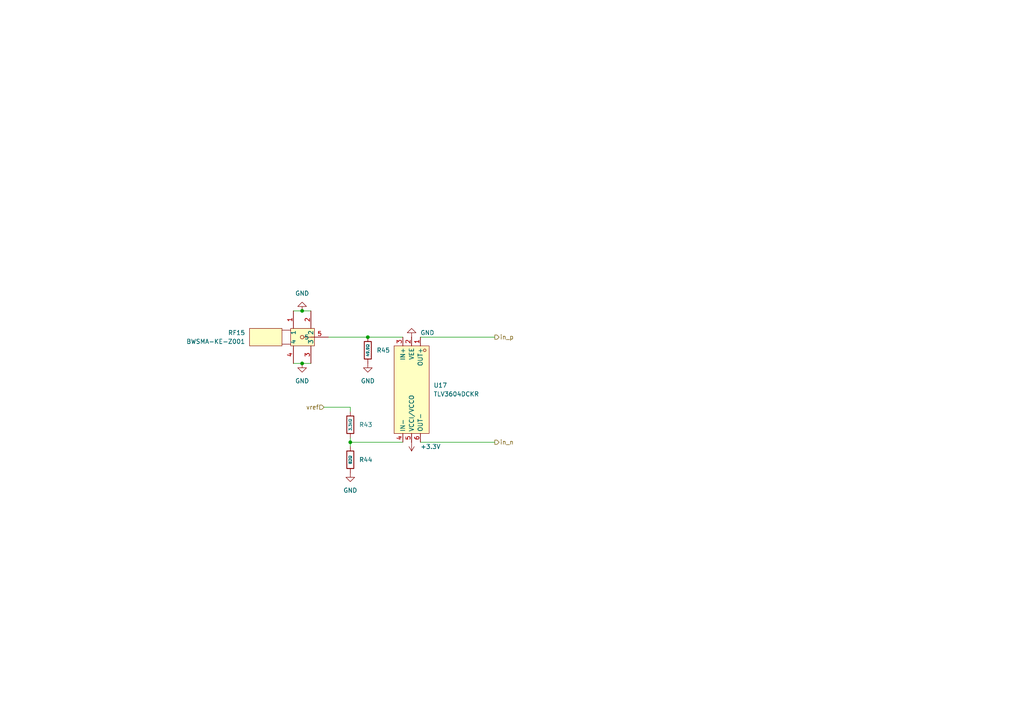
<source format=kicad_sch>
(kicad_sch (version 20250114) (generator "eeschema") (generator_version "9.0")
  (paper "A4")
  (lib_symbols
    (symbol "PCM_JLCPCB-Resistors:0603,3.3kΩ" (pin_numbers (hide yes)) (pin_names (offset 0))
      (property "Reference" "R" (at 1.778 0 0))
      (property "Value" "3.3kΩ" (at 0 0 90))
      (symbol "0603,3.3kΩ_0_1"
        (rectangle (start -1.016 2.54) (end 1.016 -2.54) (stroke (width 0.254)))
      )
      (symbol "0603,3.3kΩ_1_1"
        (pin passive line (at 0 3.81 270) (length 1.27) (name "~") (number "1"))
        (pin passive line (at 0 -3.81 90) (length 1.27) (name "~") (number "2"))
      )
    )
    (symbol "PCM_JLCPCB-Resistors:0603,49.9Ω" (pin_numbers (hide yes)) (pin_names (offset 0))
      (property "Reference" "R" (at 1.778 0 0))
      (property "Value" "49.9Ω" (at 0 0 90))
      (symbol "0603,49.9Ω_0_1"
        (rectangle (start -1.016 2.54) (end 1.016 -2.54) (stroke (width 0.254)))
      )
      (symbol "0603,49.9Ω_1_1"
        (pin passive line (at 0 3.81 270) (length 1.27) (name "~") (number "1"))
        (pin passive line (at 0 -3.81 90) (length 1.27) (name "~") (number "2"))
      )
    )
    (symbol "PCM_JLCPCB-Resistors:0603,82Ω" (pin_numbers (hide yes)) (pin_names (offset 0))
      (property "Reference" "R" (at 1.778 0 0))
      (property "Value" "82Ω" (at 0 0 90))
      (symbol "0603,82Ω_0_1"
        (rectangle (start -1.016 2.54) (end 1.016 -2.54) (stroke (width 0.254)))
      )
      (symbol "0603,82Ω_1_1"
        (pin passive line (at 0 3.81 270) (length 1.27) (name "~") (number "1"))
        (pin passive line (at 0 -3.81 90) (length 1.27) (name "~") (number "2"))
      )
    )
    (symbol "easyeda2kicad:BWSMA-KE-Z001"
      (property "Reference" "RF" (at 0 12.7 0))
      (property "Value" "BWSMA-KE-Z001" (at 0 -12.7 0))
      (symbol "BWSMA-KE-Z001_0_1"
        (rectangle (start -12.7 2.54) (end -3.3 -2.54) (fill (type background)))
        (polyline (pts (xy -3.3 2.03) (xy -0.76 2.03)))
        (polyline (pts (xy -3.3 -2.03) (xy -0.76 -2.03)))
        (rectangle (start -0.76 2.54) (end 6.1 -2.54) (fill (type background)))
        (circle (center 2.54 0) (radius 0.51))
        (polyline (pts (xy 3.05 0) (xy 5.08 0)))
        (pin unspecified line (at 0 7.62 270) (length 5.08) (name "1") (number "1"))
        (pin unspecified line (at 0 -7.62 90) (length 5.08) (name "4") (number "4"))
        (pin unspecified line (at 5.08 7.62 270) (length 5.08) (name "2") (number "2"))
        (pin unspecified line (at 5.08 -7.62 90) (length 5.08) (name "3") (number "3"))
        (pin unspecified line (at 10.16 0 180) (length 5.08) (name "5") (number "5"))
      )
    )
    (symbol "easyeda2kicad:TLV3604DCKR"
      (property "Reference" "U" (at 0 7.62 0))
      (property "Value" "TLV3604DCKR" (at 0 -7.62 0))
      (symbol "TLV3604DCKR_0_1"
        (rectangle (start -12.7 5.08) (end 12.7 -5.08) (fill (type background)))
        (circle (center -11.43 3.81) (radius 0.38))
        (pin unspecified line (at -15.24 2.54 0) (length 2.54) (name "OUT+") (number "1"))
        (pin unspecified line (at -15.24 0 0) (length 2.54) (name "VEE") (number "2"))
        (pin unspecified line (at -15.24 -2.54 0) (length 2.54) (name "IN+") (number "3"))
        (pin unspecified line (at 15.24 2.54 180) (length 2.54) (name "OUT-") (number "6"))
        (pin unspecified line (at 15.24 0 180) (length 2.54) (name "VCCI/VCCO") (number "5"))
        (pin unspecified line (at 15.24 -2.54 180) (length 2.54) (name "IN-") (number "4"))
      )
    )
    (symbol "power:+3.3V" (power) (pin_numbers (hide yes)) (pin_names (offset 0) (hide yes))
      (property "Value" "+3.3V" (at 0 3.556 0))
      (symbol "+3.3V_0_1"
        (polyline (pts (xy -0.762 1.27) (xy 0 2.54)))
        (polyline (pts (xy 0 2.54) (xy 0.762 1.27)))
        (polyline (pts (xy 0 0) (xy 0 2.54)))
      )
      (symbol "+3.3V_1_1"
        (pin power_in line (at 0 0 90) (length 0) (name "~") (number "1"))
      )
    )
    (symbol "power:GND" (power) (pin_numbers (hide yes)) (pin_names (offset 0) (hide yes))
      (property "Value" "GND" (at 0 -3.81 0))
      (symbol "GND_0_1"
        (polyline (pts (xy 0 0) (xy 0 -1.27) (xy 1.27 -1.27) (xy 0 -2.54) (xy -1.27 -1.27) (xy 0 -1.27)))
      )
      (symbol "GND_1_1"
        (pin power_in line (at 0 0 270) (length 0) (name "~") (number "1"))
      )
    )
  )
  (junction (at 87.63 90.17))
  (junction (at 101.6 128.27))
  (junction (at 106.68 97.79))
  (junction (at 87.63 105.41))
  (wire (pts (xy 87.63 105.41) (xy 90.17 105.41)))
  (wire (pts (xy 87.63 90.17) (xy 85.09 90.17)))
  (wire (pts (xy 101.6 128.27) (xy 116.84 128.27)))
  (wire (pts (xy 121.92 128.27) (xy 143.51 128.27)))
  (wire (pts (xy 90.17 90.17) (xy 87.63 90.17)))
  (wire (pts (xy 121.92 97.79) (xy 143.51 97.79)))
  (wire (pts (xy 85.09 105.41) (xy 87.63 105.41)))
  (wire (pts (xy 101.6 127) (xy 101.6 128.27)))
  (wire (pts (xy 93.98 118.11) (xy 101.6 118.11)))
  (wire (pts (xy 106.68 97.79) (xy 116.84 97.79)))
  (wire (pts (xy 95.25 97.79) (xy 106.68 97.79)))
  (wire (pts (xy 101.6 118.11) (xy 101.6 119.38)))
  (wire (pts (xy 101.6 128.27) (xy 101.6 129.54)))
  (hierarchical_label "vref" (shape input) (at 93.98 118.11 180))
  (hierarchical_label "in_n" (shape output) (at 143.51 128.27 0))
  (hierarchical_label "in_p" (shape output) (at 143.51 97.79 0))
  (symbol (lib_id "PCM_JLCPCB-Resistors:0603,82Ω") (at 101.6 133.35 0) (unit 1) (exclude_from_sim yes)
    (property "Reference" "R2" (at 104.14 133.3499 0) (effects (justify left)))
    (property "Value" "82Ω" (at 101.6 133.35 90) (effects (font (size 0.8 0.8))))
    (property "Footprint" "PCM_JLCPCB:R_0603" (effects (hide yes)))
    (property "Datasheet" "https://www.lcsc.com/datasheet/lcsc_datasheet_2206010100_UNI-ROYAL-Uniroyal-Elec-0603WAF820JT5E_C23255.pdf" (effects (hide yes)))
    (property "Description" "100mW Thick Film Resistors 75V ±100ppm/°C ±1% 82Ω 0603 Chip Resistor - Surface Mount ROHS" (effects (hide yes)))
    (property "LCSC" "C23255" (effects (hide yes)))
    (property "Stock" "197735" (effects (hide yes)))
    (property "Price" "0.004USD" (effects (hide yes)))
    (property "Process" "SMT" (effects (hide yes)))
    (property "Minimum Qty" "20" (effects (hide yes)))
    (property "Attrition Qty" "12" (effects (hide yes)))
    (property "Class" "Preferred Component" (effects (hide yes)))
    (property "Category" "Resistors,Chip Resistor - Surface Mount" (effects (hide yes)))
    (property "Manufacturer" "UNI-ROYAL(Uniroyal Elec)" (effects (hide yes)))
    (property "Part" "0603WAF820JT5E" (effects (hide yes)))
    (property "Resistance" "82Ω" (effects (hide yes)))
    (property "Power(Watts)" "100mW" (effects (hide yes)))
    (property "Type" "Thick Film Resistors" (effects (hide yes)))
    (property "Overload Voltage (Max)" "75V" (effects (hide yes)))
    (property "Operating Temperature Range" "-55°C~+155°C" (effects (hide yes)))
    (property "Tolerance" "±1%" (effects (hide yes)))
    (property "Temperature Coefficient" "±100ppm/°C" (effects (hide yes)))
    (instances (project "rsfq-test-board-1Gbps" (path "" (reference "R44") (unit 1)) (path "" (reference "R23") (unit 1)) (path "" (reference "R5") (unit 1)) (path "" (reference "R20") (unit 1)) (path "" (reference "R26") (unit 1)) (path "" (reference "R32") (unit 1)) (path "" (reference "R56") (unit 1)) (path "" (reference "R8") (unit 1)) (path "" (reference "R14") (unit 1)) (path "" (reference "R41") (unit 1)) (path "" (reference "R47") (unit 1)) (path "" (reference "R59") (unit 1)) (path "" (reference "R35") (unit 1)) (path "" (reference "R29") (unit 1)) (path "" (reference "R17") (unit 1)) (path "" (reference "R11") (unit 1)) (path "" (reference "R53") (unit 1)) (path "" (reference "R2") (unit 1)) (path "" (reference "R50") (unit 1)) (path "" (reference "R38") (unit 1))))
  )
  (symbol (lib_id "PCM_JLCPCB-Resistors:0603,3.3kΩ") (at 101.6 123.19 0) (unit 1) (exclude_from_sim yes)
    (property "Reference" "R1" (at 104.14 123.1899 0) (effects (justify left)))
    (property "Value" "3.3kΩ" (at 101.6 123.19 90) (effects (font (size 0.8 0.8))))
    (property "Footprint" "PCM_JLCPCB:R_0603" (effects (hide yes)))
    (property "Datasheet" "https://www.lcsc.com/datasheet/lcsc_datasheet_2206010116_UNI-ROYAL-Uniroyal-Elec-0603WAF3301T5E_C22978.pdf" (effects (hide yes)))
    (property "Description" "100mW Thick Film Resistors 75V ±100ppm/°C ±1% 3.3kΩ 0603 Chip Resistor - Surface Mount ROHS" (effects (hide yes)))
    (property "LCSC" "C22978" (effects (hide yes)))
    (property "Stock" "2152628" (effects (hide yes)))
    (property "Price" "0.004USD" (effects (hide yes)))
    (property "Process" "SMT" (effects (hide yes)))
    (property "Minimum Qty" "20" (effects (hide yes)))
    (property "Attrition Qty" "10" (effects (hide yes)))
    (property "Class" "Basic Component" (effects (hide yes)))
    (property "Category" "Resistors,Chip Resistor - Surface Mount" (effects (hide yes)))
    (property "Manufacturer" "UNI-ROYAL(Uniroyal Elec)" (effects (hide yes)))
    (property "Part" "0603WAF3301T5E" (effects (hide yes)))
    (property "Resistance" "3.3kΩ" (effects (hide yes)))
    (property "Power(Watts)" "100mW" (effects (hide yes)))
    (property "Type" "Thick Film Resistors" (effects (hide yes)))
    (property "Overload Voltage (Max)" "75V" (effects (hide yes)))
    (property "Operating Temperature Range" "-55°C~+155°C" (effects (hide yes)))
    (property "Tolerance" "±1%" (effects (hide yes)))
    (property "Temperature Coefficient" "±100ppm/°C" (effects (hide yes)))
    (instances (project "rsfq-test-board-1Gbps" (path "" (reference "R43") (unit 1)) (path "" (reference "R22") (unit 1)) (path "" (reference "R4") (unit 1)) (path "" (reference "R19") (unit 1)) (path "" (reference "R25") (unit 1)) (path "" (reference "R31") (unit 1)) (path "" (reference "R55") (unit 1)) (path "" (reference "R7") (unit 1)) (path "" (reference "R13") (unit 1)) (path "" (reference "R40") (unit 1)) (path "" (reference "R46") (unit 1)) (path "" (reference "R58") (unit 1)) (path "" (reference "R34") (unit 1)) (path "" (reference "R28") (unit 1)) (path "" (reference "R16") (unit 1)) (path "" (reference "R10") (unit 1)) (path "" (reference "R52") (unit 1)) (path "" (reference "R1") (unit 1)) (path "" (reference "R49") (unit 1)) (path "" (reference "R37") (unit 1))))
  )
  (symbol (lib_id "power:GND") (at 87.63 90.17 180) (unit 1) (exclude_from_sim yes)
    (property "Reference" "#PWR011" (effects (hide yes)))
    (property "Value" "GND" (at 87.63 85.09 0))
    (property "Description" "Power symbol creates a global label with name \"GND\" , ground" (effects (hide yes)))
    (instances (project "rsfq-test-board-1Gbps" (path "" (reference "#PWR095") (unit 1)) (path "" (reference "#PWR053") (unit 1)) (path "" (reference "#PWR017") (unit 1)) (path "" (reference "#PWR047") (unit 1)) (path "" (reference "#PWR059") (unit 1)) (path "" (reference "#PWR071") (unit 1)) (path "" (reference "#PWR0119") (unit 1)) (path "" (reference "#PWR023") (unit 1)) (path "" (reference "#PWR035") (unit 1)) (path "" (reference "#PWR089") (unit 1)) (path "" (reference "#PWR0101") (unit 1)) (path "" (reference "#PWR0125") (unit 1)) (path "" (reference "#PWR077") (unit 1)) (path "" (reference "#PWR065") (unit 1)) (path "" (reference "#PWR041") (unit 1)) (path "" (reference "#PWR029") (unit 1)) (path "" (reference "#PWR0113") (unit 1)) (path "" (reference "#PWR011") (unit 1)) (path "" (reference "#PWR0107") (unit 1)) (path "" (reference "#PWR083") (unit 1))))
  )
  (symbol (lib_id "easyeda2kicad:TLV3604DCKR") (at 119.38 113.03 270) (unit 1) (exclude_from_sim yes)
    (property "Reference" "U3" (at 125.73 111.7599 90) (effects (justify left)))
    (property "Value" "TLV3604DCKR" (at 125.73 114.2999 90) (effects (justify left)))
    (property "Footprint" "easyeda2kicad:SC-70-6_L2.0-W1.3-P0.65-LS2.1-BR" (effects (hide yes)))
    (property "LCSC Part" "C2916042" (effects (hide yes)))
    (instances (project "rsfq-test-board-1Gbps" (path "" (reference "U17") (unit 1)) (path "" (reference "U10") (unit 1)) (path "" (reference "U4") (unit 1)) (path "" (reference "U9") (unit 1)) (path "" (reference "U11") (unit 1)) (path "" (reference "U13") (unit 1)) (path "" (reference "U21") (unit 1)) (path "" (reference "U5") (unit 1)) (path "" (reference "U7") (unit 1)) (path "" (reference "U16") (unit 1)) (path "" (reference "U18") (unit 1)) (path "" (reference "U22") (unit 1)) (path "" (reference "U14") (unit 1)) (path "" (reference "U12") (unit 1)) (path "" (reference "U8") (unit 1)) (path "" (reference "U6") (unit 1)) (path "" (reference "U20") (unit 1)) (path "" (reference "U3") (unit 1)) (path "" (reference "U19") (unit 1)) (path "" (reference "U15") (unit 1))))
  )
  (symbol (lib_id "PCM_JLCPCB-Resistors:0603,49.9Ω") (at 106.68 101.6 0) (unit 1) (exclude_from_sim yes)
    (property "Reference" "R3" (at 109.22 101.5999 0) (effects (justify left)))
    (property "Value" "49.9Ω" (at 106.68 101.6 90) (effects (font (size 0.8 0.8))))
    (property "Footprint" "PCM_JLCPCB:R_0603" (effects (hide yes)))
    (property "Datasheet" "https://www.lcsc.com/datasheet/lcsc_datasheet_2206010116_UNI-ROYAL-Uniroyal-Elec-0603WAF499JT5E_C23185.pdf" (effects (hide yes)))
    (property "Description" "100mW Thick Film Resistors 75V ±100ppm/°C ±1% 49.9Ω 0603 Chip Resistor - Surface Mount ROHS" (effects (hide yes)))
    (property "LCSC" "C23185" (effects (hide yes)))
    (property "Stock" "983409" (effects (hide yes)))
    (property "Price" "0.004USD" (effects (hide yes)))
    (property "Process" "SMT" (effects (hide yes)))
    (property "Minimum Qty" "20" (effects (hide yes)))
    (property "Attrition Qty" "10" (effects (hide yes)))
    (property "Class" "Basic Component" (effects (hide yes)))
    (property "Category" "Resistors,Chip Resistor - Surface Mount" (effects (hide yes)))
    (property "Manufacturer" "UNI-ROYAL(Uniroyal Elec)" (effects (hide yes)))
    (property "Part" "0603WAF499JT5E" (effects (hide yes)))
    (property "Resistance" "49.9Ω" (effects (hide yes)))
    (property "Power(Watts)" "100mW" (effects (hide yes)))
    (property "Type" "Thick Film Resistors" (effects (hide yes)))
    (property "Overload Voltage (Max)" "75V" (effects (hide yes)))
    (property "Operating Temperature Range" "-55°C~+155°C" (effects (hide yes)))
    (property "Tolerance" "±1%" (effects (hide yes)))
    (property "Temperature Coefficient" "±100ppm/°C" (effects (hide yes)))
    (instances (project "" (path "" (reference "R45") (unit 1)) (path "" (reference "R24") (unit 1)) (path "" (reference "R6") (unit 1)) (path "" (reference "R21") (unit 1)) (path "" (reference "R27") (unit 1)) (path "" (reference "R33") (unit 1)) (path "" (reference "R57") (unit 1)) (path "" (reference "R9") (unit 1)) (path "" (reference "R15") (unit 1)) (path "" (reference "R42") (unit 1)) (path "" (reference "R48") (unit 1)) (path "" (reference "R60") (unit 1)) (path "" (reference "R36") (unit 1)) (path "" (reference "R30") (unit 1)) (path "" (reference "R18") (unit 1)) (path "" (reference "R12") (unit 1)) (path "" (reference "R54") (unit 1)) (path "" (reference "R3") (unit 1)) (path "" (reference "R51") (unit 1)) (path "" (reference "R39") (unit 1))))
  )
  (symbol (lib_id "power:GND") (at 106.68 105.41 0) (unit 1) (exclude_from_sim yes)
    (property "Reference" "#PWR014" (effects (hide yes)))
    (property "Value" "GND" (at 106.68 110.49 0))
    (property "Description" "Power symbol creates a global label with name \"GND\" , ground" (effects (hide yes)))
    (instances (project "rsfq-test-board-1Gbps" (path "" (reference "#PWR098") (unit 1)) (path "" (reference "#PWR056") (unit 1)) (path "" (reference "#PWR020") (unit 1)) (path "" (reference "#PWR050") (unit 1)) (path "" (reference "#PWR062") (unit 1)) (path "" (reference "#PWR074") (unit 1)) (path "" (reference "#PWR0122") (unit 1)) (path "" (reference "#PWR026") (unit 1)) (path "" (reference "#PWR038") (unit 1)) (path "" (reference "#PWR092") (unit 1)) (path "" (reference "#PWR0104") (unit 1)) (path "" (reference "#PWR0128") (unit 1)) (path "" (reference "#PWR080") (unit 1)) (path "" (reference "#PWR068") (unit 1)) (path "" (reference "#PWR044") (unit 1)) (path "" (reference "#PWR032") (unit 1)) (path "" (reference "#PWR0116") (unit 1)) (path "" (reference "#PWR014") (unit 1)) (path "" (reference "#PWR0110") (unit 1)) (path "" (reference "#PWR086") (unit 1))))
  )
  (symbol (lib_id "power:GND") (at 119.38 97.79 180) (unit 1) (exclude_from_sim yes)
    (property "Reference" "#PWR015" (effects (hide yes)))
    (property "Value" "GND" (at 121.92 96.5199 0) (effects (justify right)))
    (property "Description" "Power symbol creates a global label with name \"GND\" , ground" (effects (hide yes)))
    (instances (project "rsfq-test-board-1Gbps" (path "" (reference "#PWR099") (unit 1)) (path "" (reference "#PWR057") (unit 1)) (path "" (reference "#PWR021") (unit 1)) (path "" (reference "#PWR051") (unit 1)) (path "" (reference "#PWR063") (unit 1)) (path "" (reference "#PWR075") (unit 1)) (path "" (reference "#PWR0123") (unit 1)) (path "" (reference "#PWR027") (unit 1)) (path "" (reference "#PWR039") (unit 1)) (path "" (reference "#PWR093") (unit 1)) (path "" (reference "#PWR0105") (unit 1)) (path "" (reference "#PWR0129") (unit 1)) (path "" (reference "#PWR081") (unit 1)) (path "" (reference "#PWR069") (unit 1)) (path "" (reference "#PWR045") (unit 1)) (path "" (reference "#PWR033") (unit 1)) (path "" (reference "#PWR0117") (unit 1)) (path "" (reference "#PWR015") (unit 1)) (path "" (reference "#PWR0111") (unit 1)) (path "" (reference "#PWR087") (unit 1))))
  )
  (symbol (lib_id "power:+3.3V") (at 119.38 128.27 180) (unit 1) (exclude_from_sim yes)
    (property "Reference" "#PWR016" (effects (hide yes)))
    (property "Value" "+3.3V" (at 121.92 129.5399 0) (effects (justify right)))
    (property "Description" "Power symbol creates a global label with name \"+3.3V\"" (effects (hide yes)))
    (instances (project "rsfq-test-board-1Gbps" (path "" (reference "#PWR0100") (unit 1)) (path "" (reference "#PWR058") (unit 1)) (path "" (reference "#PWR022") (unit 1)) (path "" (reference "#PWR052") (unit 1)) (path "" (reference "#PWR064") (unit 1)) (path "" (reference "#PWR076") (unit 1)) (path "" (reference "#PWR0124") (unit 1)) (path "" (reference "#PWR028") (unit 1)) (path "" (reference "#PWR040") (unit 1)) (path "" (reference "#PWR094") (unit 1)) (path "" (reference "#PWR0106") (unit 1)) (path "" (reference "#PWR0130") (unit 1)) (path "" (reference "#PWR082") (unit 1)) (path "" (reference "#PWR070") (unit 1)) (path "" (reference "#PWR046") (unit 1)) (path "" (reference "#PWR034") (unit 1)) (path "" (reference "#PWR0118") (unit 1)) (path "" (reference "#PWR016") (unit 1)) (path "" (reference "#PWR0112") (unit 1)) (path "" (reference "#PWR088") (unit 1))))
  )
  (symbol (lib_id "power:GND") (at 87.63 105.41 0) (unit 1) (exclude_from_sim yes)
    (property "Reference" "#PWR012" (effects (hide yes)))
    (property "Value" "GND" (at 87.63 110.49 0))
    (property "Description" "Power symbol creates a global label with name \"GND\" , ground" (effects (hide yes)))
    (instances (project "rsfq-test-board-1Gbps" (path "" (reference "#PWR096") (unit 1)) (path "" (reference "#PWR054") (unit 1)) (path "" (reference "#PWR018") (unit 1)) (path "" (reference "#PWR048") (unit 1)) (path "" (reference "#PWR060") (unit 1)) (path "" (reference "#PWR072") (unit 1)) (path "" (reference "#PWR0120") (unit 1)) (path "" (reference "#PWR024") (unit 1)) (path "" (reference "#PWR036") (unit 1)) (path "" (reference "#PWR090") (unit 1)) (path "" (reference "#PWR0102") (unit 1)) (path "" (reference "#PWR0126") (unit 1)) (path "" (reference "#PWR078") (unit 1)) (path "" (reference "#PWR066") (unit 1)) (path "" (reference "#PWR042") (unit 1)) (path "" (reference "#PWR030") (unit 1)) (path "" (reference "#PWR0114") (unit 1)) (path "" (reference "#PWR012") (unit 1)) (path "" (reference "#PWR0108") (unit 1)) (path "" (reference "#PWR084") (unit 1))))
  )
  (symbol (lib_id "power:GND") (at 101.6 137.16 0) (unit 1) (exclude_from_sim yes)
    (property "Reference" "#PWR013" (effects (hide yes)))
    (property "Value" "GND" (at 101.6 142.24 0))
    (property "Description" "Power symbol creates a global label with name \"GND\" , ground" (effects (hide yes)))
    (instances (project "rsfq-test-board-1Gbps" (path "" (reference "#PWR097") (unit 1)) (path "" (reference "#PWR055") (unit 1)) (path "" (reference "#PWR019") (unit 1)) (path "" (reference "#PWR049") (unit 1)) (path "" (reference "#PWR061") (unit 1)) (path "" (reference "#PWR073") (unit 1)) (path "" (reference "#PWR0121") (unit 1)) (path "" (reference "#PWR025") (unit 1)) (path "" (reference "#PWR037") (unit 1)) (path "" (reference "#PWR091") (unit 1)) (path "" (reference "#PWR0103") (unit 1)) (path "" (reference "#PWR0127") (unit 1)) (path "" (reference "#PWR079") (unit 1)) (path "" (reference "#PWR067") (unit 1)) (path "" (reference "#PWR043") (unit 1)) (path "" (reference "#PWR031") (unit 1)) (path "" (reference "#PWR0115") (unit 1)) (path "" (reference "#PWR013") (unit 1)) (path "" (reference "#PWR0109") (unit 1)) (path "" (reference "#PWR085") (unit 1))))
  )
  (symbol (lib_id "easyeda2kicad:BWSMA-KE-Z001") (at 85.09 97.79 0) (unit 1) (exclude_from_sim yes)
    (property "Reference" "RF1" (at 71.12 96.5199 0) (effects (justify right)))
    (property "Value" "BWSMA-KE-Z001" (at 71.12 99.0599 0) (effects (justify right)))
    (property "Footprint" "easyeda2kicad:SMA-TH_BWSMA-KE-Z001" (effects (hide yes)))
    (property "Datasheet" "https://lcsc.com/product-detail/New-Arrivals_BAT-WIRELESS-BWSMA-KE-Z001_C496549.html" (effects (hide yes)))
    (property "LCSC Part" "C496549" (effects (hide yes)))
    (instances (project "rsfq-test-board-1Gbps" (path "" (reference "RF15") (unit 1)) (path "" (reference "RF8") (unit 1)) (path "" (reference "RF2") (unit 1)) (path "" (reference "RF7") (unit 1)) (path "" (reference "RF9") (unit 1)) (path "" (reference "RF11") (unit 1)) (path "" (reference "RF19") (unit 1)) (path "" (reference "RF3") (unit 1)) (path "" (reference "RF5") (unit 1)) (path "" (reference "RF14") (unit 1)) (path "" (reference "RF16") (unit 1)) (path "" (reference "RF20") (unit 1)) (path "" (reference "RF12") (unit 1)) (path "" (reference "RF10") (unit 1)) (path "" (reference "RF6") (unit 1)) (path "" (reference "RF4") (unit 1)) (path "" (reference "RF18") (unit 1)) (path "" (reference "RF1") (unit 1)) (path "" (reference "RF17") (unit 1)) (path "" (reference "RF13") (unit 1))))
  )
)
</source>
